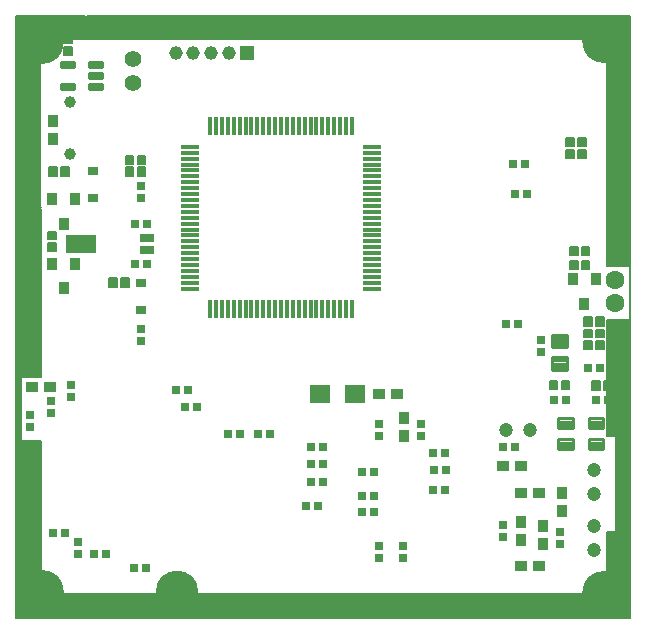
<source format=gbs>
G75*
G70*
%OFA0B0*%
%FSLAX24Y24*%
%IPPOS*%
%LPD*%
%AMOC8*
5,1,8,0,0,1.08239X$1,22.5*
%
%ADD10C,0.0059*%
%ADD11R,0.0394X0.0355*%
%ADD12R,0.0276X0.0276*%
%ADD13R,0.0621X0.0158*%
%ADD14R,0.0158X0.0621*%
%ADD15R,0.0473X0.0276*%
%ADD16R,0.0985X0.0631*%
%ADD17C,0.0394*%
%ADD18R,0.0355X0.0394*%
%ADD19R,0.0670X0.0591*%
%ADD20C,0.0473*%
%ADD21C,0.0110*%
%ADD22C,0.0063*%
%ADD23R,0.0367X0.0288*%
%ADD24C,0.0128*%
%ADD25C,0.0552*%
%ADD26C,0.0106*%
%ADD27C,0.0631*%
%ADD28R,0.0453X0.0453*%
%ADD29C,0.0453*%
%ADD30C,0.1464*%
%ADD31C,0.1424*%
D10*
X001217Y000206D02*
X021689Y000206D01*
X001217Y000206D01*
X001217Y020285D01*
X003500Y020285D01*
X003500Y019497D01*
X002004Y019497D01*
X002043Y008237D01*
X001374Y008237D01*
X001374Y006111D01*
X002043Y006111D01*
X002043Y000993D01*
X020902Y000993D01*
X020902Y003080D01*
X021217Y003080D01*
X021217Y006269D01*
X020902Y006269D01*
X020902Y010127D01*
X021689Y010127D01*
X021689Y011938D01*
X020902Y011938D01*
X020902Y019497D01*
X003579Y019497D01*
X003579Y020285D01*
X021689Y020285D01*
X021689Y000206D01*
X021689Y000263D02*
X001217Y000263D01*
X001217Y000321D02*
X021689Y000321D01*
X021689Y000378D02*
X001217Y000378D01*
X001217Y000436D02*
X021689Y000436D01*
X021689Y000494D02*
X001217Y000494D01*
X001217Y000551D02*
X021689Y000551D01*
X021689Y000609D02*
X001217Y000609D01*
X001217Y000666D02*
X021689Y000666D01*
X021689Y000724D02*
X001217Y000724D01*
X001217Y000781D02*
X021689Y000781D01*
X021689Y000839D02*
X001217Y000839D01*
X001217Y000896D02*
X021689Y000896D01*
X021689Y000954D02*
X001217Y000954D01*
X001217Y001012D02*
X002043Y001012D01*
X002043Y001069D02*
X001217Y001069D01*
X001217Y001127D02*
X002043Y001127D01*
X002043Y001184D02*
X001217Y001184D01*
X001217Y001242D02*
X002043Y001242D01*
X002043Y001299D02*
X001217Y001299D01*
X001217Y001357D02*
X002043Y001357D01*
X002043Y001414D02*
X001217Y001414D01*
X001217Y001472D02*
X002043Y001472D01*
X002043Y001530D02*
X001217Y001530D01*
X001217Y001587D02*
X002043Y001587D01*
X002043Y001645D02*
X001217Y001645D01*
X001217Y001702D02*
X002043Y001702D01*
X002043Y001760D02*
X001217Y001760D01*
X001217Y001817D02*
X002043Y001817D01*
X002043Y001875D02*
X001217Y001875D01*
X001217Y001932D02*
X002043Y001932D01*
X002043Y001990D02*
X001217Y001990D01*
X001217Y002048D02*
X002043Y002048D01*
X002043Y002105D02*
X001217Y002105D01*
X001217Y002163D02*
X002043Y002163D01*
X002043Y002220D02*
X001217Y002220D01*
X001217Y002278D02*
X002043Y002278D01*
X002043Y002335D02*
X001217Y002335D01*
X001217Y002393D02*
X002043Y002393D01*
X002043Y002450D02*
X001217Y002450D01*
X001217Y002508D02*
X002043Y002508D01*
X002043Y002566D02*
X001217Y002566D01*
X001217Y002623D02*
X002043Y002623D01*
X002043Y002681D02*
X001217Y002681D01*
X001217Y002738D02*
X002043Y002738D01*
X002043Y002796D02*
X001217Y002796D01*
X001217Y002853D02*
X002043Y002853D01*
X002043Y002911D02*
X001217Y002911D01*
X001217Y002968D02*
X002043Y002968D01*
X002043Y003026D02*
X001217Y003026D01*
X001217Y003084D02*
X002043Y003084D01*
X002043Y003141D02*
X001217Y003141D01*
X001217Y003199D02*
X002043Y003199D01*
X002043Y003256D02*
X001217Y003256D01*
X001217Y003314D02*
X002043Y003314D01*
X002043Y003371D02*
X001217Y003371D01*
X001217Y003429D02*
X002043Y003429D01*
X002043Y003486D02*
X001217Y003486D01*
X001217Y003544D02*
X002043Y003544D01*
X002043Y003602D02*
X001217Y003602D01*
X001217Y003659D02*
X002043Y003659D01*
X002043Y003717D02*
X001217Y003717D01*
X001217Y003774D02*
X002043Y003774D01*
X002043Y003832D02*
X001217Y003832D01*
X001217Y003889D02*
X002043Y003889D01*
X002043Y003947D02*
X001217Y003947D01*
X001217Y004004D02*
X002043Y004004D01*
X002043Y004062D02*
X001217Y004062D01*
X001217Y004120D02*
X002043Y004120D01*
X002043Y004177D02*
X001217Y004177D01*
X001217Y004235D02*
X002043Y004235D01*
X002043Y004292D02*
X001217Y004292D01*
X001217Y004350D02*
X002043Y004350D01*
X002043Y004407D02*
X001217Y004407D01*
X001217Y004465D02*
X002043Y004465D01*
X002043Y004522D02*
X001217Y004522D01*
X001217Y004580D02*
X002043Y004580D01*
X002043Y004638D02*
X001217Y004638D01*
X001217Y004695D02*
X002043Y004695D01*
X002043Y004753D02*
X001217Y004753D01*
X001217Y004810D02*
X002043Y004810D01*
X002043Y004868D02*
X001217Y004868D01*
X001217Y004925D02*
X002043Y004925D01*
X002043Y004983D02*
X001217Y004983D01*
X001217Y005040D02*
X002043Y005040D01*
X002043Y005098D02*
X001217Y005098D01*
X001217Y005156D02*
X002043Y005156D01*
X002043Y005213D02*
X001217Y005213D01*
X001217Y005271D02*
X002043Y005271D01*
X002043Y005328D02*
X001217Y005328D01*
X001217Y005386D02*
X002043Y005386D01*
X002043Y005443D02*
X001217Y005443D01*
X001217Y005501D02*
X002043Y005501D01*
X002043Y005558D02*
X001217Y005558D01*
X001217Y005616D02*
X002043Y005616D01*
X002043Y005674D02*
X001217Y005674D01*
X001217Y005731D02*
X002043Y005731D01*
X002043Y005789D02*
X001217Y005789D01*
X001217Y005846D02*
X002043Y005846D01*
X002043Y005904D02*
X001217Y005904D01*
X001217Y005961D02*
X002043Y005961D01*
X002043Y006019D02*
X001217Y006019D01*
X001217Y006076D02*
X002043Y006076D01*
X001374Y006134D02*
X001217Y006134D01*
X001217Y006192D02*
X001374Y006192D01*
X001374Y006249D02*
X001217Y006249D01*
X001217Y006307D02*
X001374Y006307D01*
X001374Y006364D02*
X001217Y006364D01*
X001217Y006422D02*
X001374Y006422D01*
X001374Y006479D02*
X001217Y006479D01*
X001217Y006537D02*
X001374Y006537D01*
X001374Y006594D02*
X001217Y006594D01*
X001217Y006652D02*
X001374Y006652D01*
X001374Y006710D02*
X001217Y006710D01*
X001217Y006767D02*
X001374Y006767D01*
X001374Y006825D02*
X001217Y006825D01*
X001217Y006882D02*
X001374Y006882D01*
X001374Y006940D02*
X001217Y006940D01*
X001217Y006997D02*
X001374Y006997D01*
X001374Y007055D02*
X001217Y007055D01*
X001217Y007112D02*
X001374Y007112D01*
X001374Y007170D02*
X001217Y007170D01*
X001217Y007228D02*
X001374Y007228D01*
X001374Y007285D02*
X001217Y007285D01*
X001217Y007343D02*
X001374Y007343D01*
X001374Y007400D02*
X001217Y007400D01*
X001217Y007458D02*
X001374Y007458D01*
X001374Y007515D02*
X001217Y007515D01*
X001217Y007573D02*
X001374Y007573D01*
X001374Y007630D02*
X001217Y007630D01*
X001217Y007688D02*
X001374Y007688D01*
X001374Y007746D02*
X001217Y007746D01*
X001217Y007803D02*
X001374Y007803D01*
X001374Y007861D02*
X001217Y007861D01*
X001217Y007918D02*
X001374Y007918D01*
X001374Y007976D02*
X001217Y007976D01*
X001217Y008033D02*
X001374Y008033D01*
X001374Y008091D02*
X001217Y008091D01*
X001217Y008148D02*
X001374Y008148D01*
X001374Y008206D02*
X001217Y008206D01*
X001217Y008264D02*
X002043Y008264D01*
X002043Y008321D02*
X001217Y008321D01*
X001217Y008379D02*
X002043Y008379D01*
X002043Y008436D02*
X001217Y008436D01*
X001217Y008494D02*
X002042Y008494D01*
X002042Y008551D02*
X001217Y008551D01*
X001217Y008609D02*
X002042Y008609D01*
X002042Y008666D02*
X001217Y008666D01*
X001217Y008724D02*
X002042Y008724D01*
X002041Y008782D02*
X001217Y008782D01*
X001217Y008839D02*
X002041Y008839D01*
X002041Y008897D02*
X001217Y008897D01*
X001217Y008954D02*
X002041Y008954D01*
X002041Y009012D02*
X001217Y009012D01*
X001217Y009069D02*
X002040Y009069D01*
X002040Y009127D02*
X001217Y009127D01*
X001217Y009184D02*
X002040Y009184D01*
X002040Y009242D02*
X001217Y009242D01*
X001217Y009300D02*
X002040Y009300D01*
X002039Y009357D02*
X001217Y009357D01*
X001217Y009415D02*
X002039Y009415D01*
X002039Y009472D02*
X001217Y009472D01*
X001217Y009530D02*
X002039Y009530D01*
X002039Y009587D02*
X001217Y009587D01*
X001217Y009645D02*
X002038Y009645D01*
X002038Y009702D02*
X001217Y009702D01*
X001217Y009760D02*
X002038Y009760D01*
X002038Y009818D02*
X001217Y009818D01*
X001217Y009875D02*
X002038Y009875D01*
X002037Y009933D02*
X001217Y009933D01*
X001217Y009990D02*
X002037Y009990D01*
X002037Y010048D02*
X001217Y010048D01*
X001217Y010105D02*
X002037Y010105D01*
X002037Y010163D02*
X001217Y010163D01*
X001217Y010220D02*
X002036Y010220D01*
X002036Y010278D02*
X001217Y010278D01*
X001217Y010336D02*
X002036Y010336D01*
X002036Y010393D02*
X001217Y010393D01*
X001217Y010451D02*
X002036Y010451D01*
X002035Y010508D02*
X001217Y010508D01*
X001217Y010566D02*
X002035Y010566D01*
X002035Y010623D02*
X001217Y010623D01*
X001217Y010681D02*
X002035Y010681D01*
X002035Y010738D02*
X001217Y010738D01*
X001217Y010796D02*
X002034Y010796D01*
X002034Y010854D02*
X001217Y010854D01*
X001217Y010911D02*
X002034Y010911D01*
X002034Y010969D02*
X001217Y010969D01*
X001217Y011026D02*
X002034Y011026D01*
X002033Y011084D02*
X001217Y011084D01*
X001217Y011141D02*
X002033Y011141D01*
X002033Y011199D02*
X001217Y011199D01*
X001217Y011256D02*
X002033Y011256D01*
X002033Y011314D02*
X001217Y011314D01*
X001217Y011372D02*
X002032Y011372D01*
X002032Y011429D02*
X001217Y011429D01*
X001217Y011487D02*
X002032Y011487D01*
X002032Y011544D02*
X001217Y011544D01*
X001217Y011602D02*
X002032Y011602D01*
X002031Y011659D02*
X001217Y011659D01*
X001217Y011717D02*
X002031Y011717D01*
X002031Y011774D02*
X001217Y011774D01*
X001217Y011832D02*
X002031Y011832D01*
X002031Y011890D02*
X001217Y011890D01*
X001217Y011947D02*
X002030Y011947D01*
X002030Y012005D02*
X001217Y012005D01*
X001217Y012062D02*
X002030Y012062D01*
X002030Y012120D02*
X001217Y012120D01*
X001217Y012177D02*
X002030Y012177D01*
X002029Y012235D02*
X001217Y012235D01*
X001217Y012292D02*
X002029Y012292D01*
X002029Y012350D02*
X001217Y012350D01*
X001217Y012408D02*
X002029Y012408D01*
X002029Y012465D02*
X001217Y012465D01*
X001217Y012523D02*
X002028Y012523D01*
X002028Y012580D02*
X001217Y012580D01*
X001217Y012638D02*
X002028Y012638D01*
X002028Y012695D02*
X001217Y012695D01*
X001217Y012753D02*
X002028Y012753D01*
X002027Y012810D02*
X001217Y012810D01*
X001217Y012868D02*
X002027Y012868D01*
X002027Y012926D02*
X001217Y012926D01*
X001217Y012983D02*
X002027Y012983D01*
X002027Y013041D02*
X001217Y013041D01*
X001217Y013098D02*
X002026Y013098D01*
X002026Y013156D02*
X001217Y013156D01*
X001217Y013213D02*
X002026Y013213D01*
X002026Y013271D02*
X001217Y013271D01*
X001217Y013328D02*
X002026Y013328D01*
X002025Y013386D02*
X001217Y013386D01*
X001217Y013444D02*
X002025Y013444D01*
X002025Y013501D02*
X001217Y013501D01*
X001217Y013559D02*
X002025Y013559D01*
X002025Y013616D02*
X001217Y013616D01*
X001217Y013674D02*
X002024Y013674D01*
X002024Y013731D02*
X001217Y013731D01*
X001217Y013789D02*
X002024Y013789D01*
X002024Y013846D02*
X001217Y013846D01*
X001217Y013904D02*
X002024Y013904D01*
X002023Y013962D02*
X001217Y013962D01*
X001217Y014019D02*
X002023Y014019D01*
X002023Y014077D02*
X001217Y014077D01*
X001217Y014134D02*
X002023Y014134D01*
X002023Y014192D02*
X001217Y014192D01*
X001217Y014249D02*
X002022Y014249D01*
X002022Y014307D02*
X001217Y014307D01*
X001217Y014364D02*
X002022Y014364D01*
X002022Y014422D02*
X001217Y014422D01*
X001217Y014480D02*
X002022Y014480D01*
X002021Y014537D02*
X001217Y014537D01*
X001217Y014595D02*
X002021Y014595D01*
X002021Y014652D02*
X001217Y014652D01*
X001217Y014710D02*
X002021Y014710D01*
X002021Y014767D02*
X001217Y014767D01*
X001217Y014825D02*
X002020Y014825D01*
X002020Y014882D02*
X001217Y014882D01*
X001217Y014940D02*
X002020Y014940D01*
X002020Y014998D02*
X001217Y014998D01*
X001217Y015055D02*
X002019Y015055D01*
X002019Y015113D02*
X001217Y015113D01*
X001217Y015170D02*
X002019Y015170D01*
X002019Y015228D02*
X001217Y015228D01*
X001217Y015285D02*
X002019Y015285D01*
X002018Y015343D02*
X001217Y015343D01*
X001217Y015400D02*
X002018Y015400D01*
X002018Y015458D02*
X001217Y015458D01*
X001217Y015516D02*
X002018Y015516D01*
X002018Y015573D02*
X001217Y015573D01*
X001217Y015631D02*
X002017Y015631D01*
X002017Y015688D02*
X001217Y015688D01*
X001217Y015746D02*
X002017Y015746D01*
X002017Y015803D02*
X001217Y015803D01*
X001217Y015861D02*
X002017Y015861D01*
X002016Y015918D02*
X001217Y015918D01*
X001217Y015976D02*
X002016Y015976D01*
X002016Y016034D02*
X001217Y016034D01*
X001217Y016091D02*
X002016Y016091D01*
X002016Y016149D02*
X001217Y016149D01*
X001217Y016206D02*
X002015Y016206D01*
X002015Y016264D02*
X001217Y016264D01*
X001217Y016321D02*
X002015Y016321D01*
X002015Y016379D02*
X001217Y016379D01*
X001217Y016436D02*
X002015Y016436D01*
X002014Y016494D02*
X001217Y016494D01*
X001217Y016552D02*
X002014Y016552D01*
X002014Y016609D02*
X001217Y016609D01*
X001217Y016667D02*
X002014Y016667D01*
X002014Y016724D02*
X001217Y016724D01*
X001217Y016782D02*
X002013Y016782D01*
X002013Y016839D02*
X001217Y016839D01*
X001217Y016897D02*
X002013Y016897D01*
X002013Y016954D02*
X001217Y016954D01*
X001217Y017012D02*
X002013Y017012D01*
X002012Y017070D02*
X001217Y017070D01*
X001217Y017127D02*
X002012Y017127D01*
X002012Y017185D02*
X001217Y017185D01*
X001217Y017242D02*
X002012Y017242D01*
X002012Y017300D02*
X001217Y017300D01*
X001217Y017357D02*
X002011Y017357D01*
X002011Y017415D02*
X001217Y017415D01*
X001217Y017472D02*
X002011Y017472D01*
X002011Y017530D02*
X001217Y017530D01*
X001217Y017588D02*
X002011Y017588D01*
X002010Y017645D02*
X001217Y017645D01*
X001217Y017703D02*
X002010Y017703D01*
X002010Y017760D02*
X001217Y017760D01*
X001217Y017818D02*
X002010Y017818D01*
X002010Y017875D02*
X001217Y017875D01*
X001217Y017933D02*
X002009Y017933D01*
X002009Y017990D02*
X001217Y017990D01*
X001217Y018048D02*
X002009Y018048D01*
X002009Y018106D02*
X001217Y018106D01*
X001217Y018163D02*
X002009Y018163D01*
X002008Y018221D02*
X001217Y018221D01*
X001217Y018278D02*
X002008Y018278D01*
X002008Y018336D02*
X001217Y018336D01*
X001217Y018393D02*
X002008Y018393D01*
X002008Y018451D02*
X001217Y018451D01*
X001217Y018508D02*
X002007Y018508D01*
X002007Y018566D02*
X001217Y018566D01*
X001217Y018624D02*
X002007Y018624D01*
X002007Y018681D02*
X001217Y018681D01*
X001217Y018739D02*
X002007Y018739D01*
X002006Y018796D02*
X001217Y018796D01*
X001217Y018854D02*
X002006Y018854D01*
X002006Y018911D02*
X001217Y018911D01*
X001217Y018969D02*
X002006Y018969D01*
X002006Y019026D02*
X001217Y019026D01*
X001217Y019084D02*
X002005Y019084D01*
X002005Y019142D02*
X001217Y019142D01*
X001217Y019199D02*
X002005Y019199D01*
X002005Y019257D02*
X001217Y019257D01*
X001217Y019314D02*
X002005Y019314D01*
X002004Y019372D02*
X001217Y019372D01*
X001217Y019429D02*
X002004Y019429D01*
X002004Y019487D02*
X001217Y019487D01*
X001217Y019544D02*
X003500Y019544D01*
X003500Y019602D02*
X001217Y019602D01*
X001217Y019660D02*
X003500Y019660D01*
X003500Y019717D02*
X001217Y019717D01*
X001217Y019775D02*
X003500Y019775D01*
X003500Y019832D02*
X001217Y019832D01*
X001217Y019890D02*
X003500Y019890D01*
X003500Y019947D02*
X001217Y019947D01*
X001217Y020005D02*
X003500Y020005D01*
X003500Y020062D02*
X001217Y020062D01*
X001217Y020120D02*
X003500Y020120D01*
X003500Y020177D02*
X001217Y020177D01*
X001217Y020235D02*
X003500Y020235D01*
X003579Y020235D02*
X021689Y020235D01*
X021689Y020177D02*
X003579Y020177D01*
X003579Y020120D02*
X021689Y020120D01*
X021689Y020062D02*
X003579Y020062D01*
X003579Y020005D02*
X021689Y020005D01*
X021689Y019947D02*
X003579Y019947D01*
X003579Y019890D02*
X021689Y019890D01*
X021689Y019832D02*
X003579Y019832D01*
X003579Y019775D02*
X021689Y019775D01*
X021689Y019717D02*
X003579Y019717D01*
X003579Y019660D02*
X021689Y019660D01*
X021689Y019602D02*
X003579Y019602D01*
X003579Y019544D02*
X021689Y019544D01*
X021689Y019487D02*
X020902Y019487D01*
X020902Y019429D02*
X021689Y019429D01*
X021689Y019372D02*
X020902Y019372D01*
X020902Y019314D02*
X021689Y019314D01*
X021689Y019257D02*
X020902Y019257D01*
X020902Y019199D02*
X021689Y019199D01*
X021689Y019142D02*
X020902Y019142D01*
X020902Y019084D02*
X021689Y019084D01*
X021689Y019026D02*
X020902Y019026D01*
X020902Y018969D02*
X021689Y018969D01*
X021689Y018911D02*
X020902Y018911D01*
X020902Y018854D02*
X021689Y018854D01*
X021689Y018796D02*
X020902Y018796D01*
X020902Y018739D02*
X021689Y018739D01*
X021689Y018681D02*
X020902Y018681D01*
X020902Y018624D02*
X021689Y018624D01*
X021689Y018566D02*
X020902Y018566D01*
X020902Y018508D02*
X021689Y018508D01*
X021689Y018451D02*
X020902Y018451D01*
X020902Y018393D02*
X021689Y018393D01*
X021689Y018336D02*
X020902Y018336D01*
X020902Y018278D02*
X021689Y018278D01*
X021689Y018221D02*
X020902Y018221D01*
X020902Y018163D02*
X021689Y018163D01*
X021689Y018106D02*
X020902Y018106D01*
X020902Y018048D02*
X021689Y018048D01*
X021689Y017990D02*
X020902Y017990D01*
X020902Y017933D02*
X021689Y017933D01*
X021689Y017875D02*
X020902Y017875D01*
X020902Y017818D02*
X021689Y017818D01*
X021689Y017760D02*
X020902Y017760D01*
X020902Y017703D02*
X021689Y017703D01*
X021689Y017645D02*
X020902Y017645D01*
X020902Y017588D02*
X021689Y017588D01*
X021689Y017530D02*
X020902Y017530D01*
X020902Y017472D02*
X021689Y017472D01*
X021689Y017415D02*
X020902Y017415D01*
X020902Y017357D02*
X021689Y017357D01*
X021689Y017300D02*
X020902Y017300D01*
X020902Y017242D02*
X021689Y017242D01*
X021689Y017185D02*
X020902Y017185D01*
X020902Y017127D02*
X021689Y017127D01*
X021689Y017070D02*
X020902Y017070D01*
X020902Y017012D02*
X021689Y017012D01*
X021689Y016954D02*
X020902Y016954D01*
X020902Y016897D02*
X021689Y016897D01*
X021689Y016839D02*
X020902Y016839D01*
X020902Y016782D02*
X021689Y016782D01*
X021689Y016724D02*
X020902Y016724D01*
X020902Y016667D02*
X021689Y016667D01*
X021689Y016609D02*
X020902Y016609D01*
X020902Y016552D02*
X021689Y016552D01*
X021689Y016494D02*
X020902Y016494D01*
X020902Y016436D02*
X021689Y016436D01*
X021689Y016379D02*
X020902Y016379D01*
X020902Y016321D02*
X021689Y016321D01*
X021689Y016264D02*
X020902Y016264D01*
X020902Y016206D02*
X021689Y016206D01*
X021689Y016149D02*
X020902Y016149D01*
X020902Y016091D02*
X021689Y016091D01*
X021689Y016034D02*
X020902Y016034D01*
X020902Y015976D02*
X021689Y015976D01*
X021689Y015918D02*
X020902Y015918D01*
X020902Y015861D02*
X021689Y015861D01*
X021689Y015803D02*
X020902Y015803D01*
X020902Y015746D02*
X021689Y015746D01*
X021689Y015688D02*
X020902Y015688D01*
X020902Y015631D02*
X021689Y015631D01*
X021689Y015573D02*
X020902Y015573D01*
X020902Y015516D02*
X021689Y015516D01*
X021689Y015458D02*
X020902Y015458D01*
X020902Y015400D02*
X021689Y015400D01*
X021689Y015343D02*
X020902Y015343D01*
X020902Y015285D02*
X021689Y015285D01*
X021689Y015228D02*
X020902Y015228D01*
X020902Y015170D02*
X021689Y015170D01*
X021689Y015113D02*
X020902Y015113D01*
X020902Y015055D02*
X021689Y015055D01*
X021689Y014998D02*
X020902Y014998D01*
X020902Y014940D02*
X021689Y014940D01*
X021689Y014882D02*
X020902Y014882D01*
X020902Y014825D02*
X021689Y014825D01*
X021689Y014767D02*
X020902Y014767D01*
X020902Y014710D02*
X021689Y014710D01*
X021689Y014652D02*
X020902Y014652D01*
X020902Y014595D02*
X021689Y014595D01*
X021689Y014537D02*
X020902Y014537D01*
X020902Y014480D02*
X021689Y014480D01*
X021689Y014422D02*
X020902Y014422D01*
X020902Y014364D02*
X021689Y014364D01*
X021689Y014307D02*
X020902Y014307D01*
X020902Y014249D02*
X021689Y014249D01*
X021689Y014192D02*
X020902Y014192D01*
X020902Y014134D02*
X021689Y014134D01*
X021689Y014077D02*
X020902Y014077D01*
X020902Y014019D02*
X021689Y014019D01*
X021689Y013962D02*
X020902Y013962D01*
X020902Y013904D02*
X021689Y013904D01*
X021689Y013846D02*
X020902Y013846D01*
X020902Y013789D02*
X021689Y013789D01*
X021689Y013731D02*
X020902Y013731D01*
X020902Y013674D02*
X021689Y013674D01*
X021689Y013616D02*
X020902Y013616D01*
X020902Y013559D02*
X021689Y013559D01*
X021689Y013501D02*
X020902Y013501D01*
X020902Y013444D02*
X021689Y013444D01*
X021689Y013386D02*
X020902Y013386D01*
X020902Y013328D02*
X021689Y013328D01*
X021689Y013271D02*
X020902Y013271D01*
X020902Y013213D02*
X021689Y013213D01*
X021689Y013156D02*
X020902Y013156D01*
X020902Y013098D02*
X021689Y013098D01*
X021689Y013041D02*
X020902Y013041D01*
X020902Y012983D02*
X021689Y012983D01*
X021689Y012926D02*
X020902Y012926D01*
X020902Y012868D02*
X021689Y012868D01*
X021689Y012810D02*
X020902Y012810D01*
X020902Y012753D02*
X021689Y012753D01*
X021689Y012695D02*
X020902Y012695D01*
X020902Y012638D02*
X021689Y012638D01*
X021689Y012580D02*
X020902Y012580D01*
X020902Y012523D02*
X021689Y012523D01*
X021689Y012465D02*
X020902Y012465D01*
X020902Y012408D02*
X021689Y012408D01*
X021689Y012350D02*
X020902Y012350D01*
X020902Y012292D02*
X021689Y012292D01*
X021689Y012235D02*
X020902Y012235D01*
X020902Y012177D02*
X021689Y012177D01*
X021689Y012120D02*
X020902Y012120D01*
X020902Y012062D02*
X021689Y012062D01*
X021689Y012005D02*
X020902Y012005D01*
X020902Y011947D02*
X021689Y011947D01*
X021689Y010105D02*
X020902Y010105D01*
X020902Y010048D02*
X021689Y010048D01*
X021689Y009990D02*
X020902Y009990D01*
X020902Y009933D02*
X021689Y009933D01*
X021689Y009875D02*
X020902Y009875D01*
X020902Y009818D02*
X021689Y009818D01*
X021689Y009760D02*
X020902Y009760D01*
X020902Y009702D02*
X021689Y009702D01*
X021689Y009645D02*
X020902Y009645D01*
X020902Y009587D02*
X021689Y009587D01*
X021689Y009530D02*
X020902Y009530D01*
X020902Y009472D02*
X021689Y009472D01*
X021689Y009415D02*
X020902Y009415D01*
X020902Y009357D02*
X021689Y009357D01*
X021689Y009300D02*
X020902Y009300D01*
X020902Y009242D02*
X021689Y009242D01*
X021689Y009184D02*
X020902Y009184D01*
X020902Y009127D02*
X021689Y009127D01*
X021689Y009069D02*
X020902Y009069D01*
X020902Y009012D02*
X021689Y009012D01*
X021689Y008954D02*
X020902Y008954D01*
X020902Y008897D02*
X021689Y008897D01*
X021689Y008839D02*
X020902Y008839D01*
X020902Y008782D02*
X021689Y008782D01*
X021689Y008724D02*
X020902Y008724D01*
X020902Y008666D02*
X021689Y008666D01*
X021689Y008609D02*
X020902Y008609D01*
X020902Y008551D02*
X021689Y008551D01*
X021689Y008494D02*
X020902Y008494D01*
X020902Y008436D02*
X021689Y008436D01*
X021689Y008379D02*
X020902Y008379D01*
X020902Y008321D02*
X021689Y008321D01*
X021689Y008264D02*
X020902Y008264D01*
X020902Y008206D02*
X021689Y008206D01*
X021689Y008148D02*
X020902Y008148D01*
X020902Y008091D02*
X021689Y008091D01*
X021689Y008033D02*
X020902Y008033D01*
X020902Y007976D02*
X021689Y007976D01*
X021689Y007918D02*
X020902Y007918D01*
X020902Y007861D02*
X021689Y007861D01*
X021689Y007803D02*
X020902Y007803D01*
X020902Y007746D02*
X021689Y007746D01*
X021689Y007688D02*
X020902Y007688D01*
X020902Y007630D02*
X021689Y007630D01*
X021689Y007573D02*
X020902Y007573D01*
X020902Y007515D02*
X021689Y007515D01*
X021689Y007458D02*
X020902Y007458D01*
X020902Y007400D02*
X021689Y007400D01*
X021689Y007343D02*
X020902Y007343D01*
X020902Y007285D02*
X021689Y007285D01*
X021689Y007228D02*
X020902Y007228D01*
X020902Y007170D02*
X021689Y007170D01*
X021689Y007112D02*
X020902Y007112D01*
X020902Y007055D02*
X021689Y007055D01*
X021689Y006997D02*
X020902Y006997D01*
X020902Y006940D02*
X021689Y006940D01*
X021689Y006882D02*
X020902Y006882D01*
X020902Y006825D02*
X021689Y006825D01*
X021689Y006767D02*
X020902Y006767D01*
X020902Y006710D02*
X021689Y006710D01*
X021689Y006652D02*
X020902Y006652D01*
X020902Y006594D02*
X021689Y006594D01*
X021689Y006537D02*
X020902Y006537D01*
X020902Y006479D02*
X021689Y006479D01*
X021689Y006422D02*
X020902Y006422D01*
X020902Y006364D02*
X021689Y006364D01*
X021689Y006307D02*
X020902Y006307D01*
X021217Y006249D02*
X021689Y006249D01*
X021689Y006192D02*
X021217Y006192D01*
X021217Y006134D02*
X021689Y006134D01*
X021689Y006076D02*
X021217Y006076D01*
X021217Y006019D02*
X021689Y006019D01*
X021689Y005961D02*
X021217Y005961D01*
X021217Y005904D02*
X021689Y005904D01*
X021689Y005846D02*
X021217Y005846D01*
X021217Y005789D02*
X021689Y005789D01*
X021689Y005731D02*
X021217Y005731D01*
X021217Y005674D02*
X021689Y005674D01*
X021689Y005616D02*
X021217Y005616D01*
X021217Y005558D02*
X021689Y005558D01*
X021689Y005501D02*
X021217Y005501D01*
X021217Y005443D02*
X021689Y005443D01*
X021689Y005386D02*
X021217Y005386D01*
X021217Y005328D02*
X021689Y005328D01*
X021689Y005271D02*
X021217Y005271D01*
X021217Y005213D02*
X021689Y005213D01*
X021689Y005156D02*
X021217Y005156D01*
X021217Y005098D02*
X021689Y005098D01*
X021689Y005040D02*
X021217Y005040D01*
X021217Y004983D02*
X021689Y004983D01*
X021689Y004925D02*
X021217Y004925D01*
X021217Y004868D02*
X021689Y004868D01*
X021689Y004810D02*
X021217Y004810D01*
X021217Y004753D02*
X021689Y004753D01*
X021689Y004695D02*
X021217Y004695D01*
X021217Y004638D02*
X021689Y004638D01*
X021689Y004580D02*
X021217Y004580D01*
X021217Y004522D02*
X021689Y004522D01*
X021689Y004465D02*
X021217Y004465D01*
X021217Y004407D02*
X021689Y004407D01*
X021689Y004350D02*
X021217Y004350D01*
X021217Y004292D02*
X021689Y004292D01*
X021689Y004235D02*
X021217Y004235D01*
X021217Y004177D02*
X021689Y004177D01*
X021689Y004120D02*
X021217Y004120D01*
X021217Y004062D02*
X021689Y004062D01*
X021689Y004004D02*
X021217Y004004D01*
X021217Y003947D02*
X021689Y003947D01*
X021689Y003889D02*
X021217Y003889D01*
X021217Y003832D02*
X021689Y003832D01*
X021689Y003774D02*
X021217Y003774D01*
X021217Y003717D02*
X021689Y003717D01*
X021689Y003659D02*
X021217Y003659D01*
X021217Y003602D02*
X021689Y003602D01*
X021689Y003544D02*
X021217Y003544D01*
X021217Y003486D02*
X021689Y003486D01*
X021689Y003429D02*
X021217Y003429D01*
X021217Y003371D02*
X021689Y003371D01*
X021689Y003314D02*
X021217Y003314D01*
X021217Y003256D02*
X021689Y003256D01*
X021689Y003199D02*
X021217Y003199D01*
X021217Y003141D02*
X021689Y003141D01*
X021689Y003084D02*
X021217Y003084D01*
X020902Y003026D02*
X021689Y003026D01*
X021689Y002968D02*
X020902Y002968D01*
X020902Y002911D02*
X021689Y002911D01*
X021689Y002853D02*
X020902Y002853D01*
X020902Y002796D02*
X021689Y002796D01*
X021689Y002738D02*
X020902Y002738D01*
X020902Y002681D02*
X021689Y002681D01*
X021689Y002623D02*
X020902Y002623D01*
X020902Y002566D02*
X021689Y002566D01*
X021689Y002508D02*
X020902Y002508D01*
X020902Y002450D02*
X021689Y002450D01*
X021689Y002393D02*
X020902Y002393D01*
X020902Y002335D02*
X021689Y002335D01*
X021689Y002278D02*
X020902Y002278D01*
X020902Y002220D02*
X021689Y002220D01*
X021689Y002163D02*
X020902Y002163D01*
X020902Y002105D02*
X021689Y002105D01*
X021689Y002048D02*
X020902Y002048D01*
X020902Y001990D02*
X021689Y001990D01*
X021689Y001932D02*
X020902Y001932D01*
X020902Y001875D02*
X021689Y001875D01*
X021689Y001817D02*
X020902Y001817D01*
X020902Y001760D02*
X021689Y001760D01*
X021689Y001702D02*
X020902Y001702D01*
X020902Y001645D02*
X021689Y001645D01*
X021689Y001587D02*
X020902Y001587D01*
X020902Y001530D02*
X021689Y001530D01*
X021689Y001472D02*
X020902Y001472D01*
X020902Y001414D02*
X021689Y001414D01*
X021689Y001357D02*
X020902Y001357D01*
X020902Y001299D02*
X021689Y001299D01*
X021689Y001242D02*
X020902Y001242D01*
X020902Y001184D02*
X021689Y001184D01*
X021689Y001127D02*
X020902Y001127D01*
X020902Y001069D02*
X021689Y001069D01*
X021689Y001012D02*
X020902Y001012D01*
D11*
X018643Y001938D03*
X018043Y001938D03*
X018043Y004379D03*
X018643Y004379D03*
X018052Y005285D03*
X017452Y005285D03*
X013918Y007686D03*
X013318Y007686D03*
X002343Y007922D03*
X001743Y007922D03*
D12*
X002358Y007453D03*
X002358Y007053D03*
X001689Y006981D03*
X001689Y006581D03*
X003028Y007565D03*
X003028Y007965D03*
X005390Y009455D03*
X005390Y009855D03*
X005590Y012017D03*
X005190Y012017D03*
X005190Y013355D03*
X005590Y013355D03*
X005390Y014218D03*
X005390Y014618D03*
X006528Y007804D03*
X006928Y007804D03*
X006843Y007253D03*
X007243Y007253D03*
X008261Y006348D03*
X008661Y006348D03*
X009284Y006348D03*
X009684Y006348D03*
X011056Y005914D03*
X011456Y005914D03*
X011456Y005324D03*
X011056Y005324D03*
X011056Y004733D03*
X011456Y004733D03*
X011259Y003946D03*
X010859Y003946D03*
X012749Y003749D03*
X013149Y003749D03*
X013149Y004261D03*
X012749Y004261D03*
X012749Y005088D03*
X013149Y005088D03*
X013303Y006266D03*
X013303Y006666D03*
X014721Y006666D03*
X014721Y006266D03*
X015111Y005718D03*
X015511Y005718D03*
X015550Y005127D03*
X015150Y005127D03*
X015111Y004458D03*
X015511Y004458D03*
X017437Y003319D03*
X017437Y002919D03*
X019327Y003083D03*
X019327Y002683D03*
X017834Y005914D03*
X017434Y005914D03*
X019127Y007489D03*
X019527Y007489D03*
X020548Y007489D03*
X020948Y007489D03*
X020669Y008552D03*
X020269Y008552D03*
X018697Y009061D03*
X018697Y009461D03*
X017952Y010009D03*
X017552Y010009D03*
X017828Y014340D03*
X018228Y014340D03*
X018188Y015324D03*
X017788Y015324D03*
X014091Y002611D03*
X014091Y002211D03*
X013303Y002211D03*
X013303Y002611D03*
X005550Y001859D03*
X005150Y001859D03*
X004212Y002351D03*
X003812Y002351D03*
X003264Y002329D03*
X003264Y002729D03*
X002834Y003040D03*
X002434Y003040D03*
D13*
X006993Y011186D03*
X006993Y011383D03*
X006993Y011580D03*
X006993Y011777D03*
X006993Y011974D03*
X006993Y012170D03*
X006993Y012367D03*
X006993Y012564D03*
X006993Y012761D03*
X006993Y012958D03*
X006993Y013155D03*
X006993Y013351D03*
X006993Y013548D03*
X006993Y013745D03*
X006993Y013942D03*
X006993Y014139D03*
X006993Y014336D03*
X006993Y014533D03*
X006993Y014729D03*
X006993Y014926D03*
X006993Y015123D03*
X006993Y015320D03*
X006993Y015517D03*
X006993Y015714D03*
X006993Y015911D03*
X013086Y015911D03*
X013086Y015714D03*
X013086Y015517D03*
X013086Y015320D03*
X013086Y015123D03*
X013086Y014926D03*
X013086Y014729D03*
X013086Y014533D03*
X013086Y014336D03*
X013086Y014139D03*
X013086Y013942D03*
X013086Y013745D03*
X013086Y013548D03*
X013086Y013351D03*
X013086Y013155D03*
X013086Y012958D03*
X013086Y012761D03*
X013086Y012564D03*
X013086Y012367D03*
X013086Y012170D03*
X013086Y011974D03*
X013086Y011777D03*
X013086Y011580D03*
X013086Y011383D03*
X013086Y011186D03*
D14*
X012402Y010502D03*
X012205Y010502D03*
X012008Y010502D03*
X011811Y010502D03*
X011614Y010502D03*
X011417Y010502D03*
X011221Y010502D03*
X011024Y010502D03*
X010827Y010502D03*
X010630Y010502D03*
X010433Y010502D03*
X010236Y010502D03*
X010039Y010502D03*
X009843Y010502D03*
X009646Y010502D03*
X009449Y010502D03*
X009252Y010502D03*
X009055Y010502D03*
X008858Y010502D03*
X008661Y010502D03*
X008465Y010502D03*
X008268Y010502D03*
X008071Y010502D03*
X007874Y010502D03*
X007677Y010502D03*
X007677Y016595D03*
X007874Y016595D03*
X008071Y016595D03*
X008268Y016595D03*
X008465Y016595D03*
X008661Y016595D03*
X008858Y016595D03*
X009055Y016595D03*
X009252Y016595D03*
X009449Y016595D03*
X009646Y016595D03*
X009843Y016595D03*
X010039Y016595D03*
X010236Y016595D03*
X010433Y016595D03*
X010630Y016595D03*
X010827Y016595D03*
X011024Y016595D03*
X011221Y016595D03*
X011417Y016595D03*
X011614Y016595D03*
X011811Y016595D03*
X012008Y016595D03*
X012205Y016595D03*
X012402Y016595D03*
D15*
X005587Y012883D03*
X005587Y012489D03*
D16*
X003362Y012686D03*
D17*
X002996Y015666D03*
X002996Y017399D03*
D18*
X002437Y016766D03*
X002437Y016166D03*
X002417Y014182D03*
X003165Y014182D03*
X002791Y013355D03*
X002417Y012017D03*
X003165Y012017D03*
X002791Y011190D03*
X014130Y006884D03*
X014130Y006284D03*
X018028Y003419D03*
X018028Y002819D03*
X018776Y002662D03*
X018776Y003262D03*
X019406Y003764D03*
X019406Y004364D03*
X020154Y010678D03*
X020528Y011505D03*
X019780Y011505D03*
D19*
X012516Y007686D03*
X011335Y007686D03*
D20*
X017555Y006466D03*
X018343Y006466D03*
X020469Y005127D03*
X020469Y004340D03*
X020469Y003277D03*
X020469Y002489D03*
D21*
X020787Y005833D02*
X020787Y006163D01*
X020787Y005833D02*
X020307Y005833D01*
X020307Y006163D01*
X020787Y006163D01*
X020787Y005942D02*
X020307Y005942D01*
X020307Y006051D02*
X020787Y006051D01*
X020787Y006160D02*
X020307Y006160D01*
X020787Y006533D02*
X020787Y006863D01*
X020787Y006533D02*
X020307Y006533D01*
X020307Y006863D01*
X020787Y006863D01*
X020787Y006642D02*
X020307Y006642D01*
X020307Y006751D02*
X020787Y006751D01*
X020787Y006860D02*
X020307Y006860D01*
X019764Y006863D02*
X019764Y006533D01*
X019284Y006533D01*
X019284Y006863D01*
X019764Y006863D01*
X019764Y006642D02*
X019284Y006642D01*
X019284Y006751D02*
X019764Y006751D01*
X019764Y006860D02*
X019284Y006860D01*
X019764Y006163D02*
X019764Y005833D01*
X019284Y005833D01*
X019284Y006163D01*
X019764Y006163D01*
X019764Y005942D02*
X019284Y005942D01*
X019284Y006051D02*
X019764Y006051D01*
X019764Y006160D02*
X019284Y006160D01*
D22*
X019257Y007826D02*
X019257Y008098D01*
X019257Y007826D02*
X019003Y007826D01*
X019003Y008098D01*
X019257Y008098D01*
X019257Y007888D02*
X019003Y007888D01*
X019003Y007950D02*
X019257Y007950D01*
X019257Y008012D02*
X019003Y008012D01*
X019003Y008074D02*
X019257Y008074D01*
X019651Y008098D02*
X019651Y007826D01*
X019397Y007826D01*
X019397Y008098D01*
X019651Y008098D01*
X019651Y007888D02*
X019397Y007888D01*
X019397Y007950D02*
X019651Y007950D01*
X019651Y008012D02*
X019397Y008012D01*
X019397Y008074D02*
X019651Y008074D01*
X020666Y008094D02*
X020666Y007822D01*
X020412Y007822D01*
X020412Y008094D01*
X020666Y008094D01*
X020666Y007884D02*
X020412Y007884D01*
X020412Y007946D02*
X020666Y007946D01*
X020666Y008008D02*
X020412Y008008D01*
X020412Y008070D02*
X020666Y008070D01*
X021060Y008094D02*
X021060Y007822D01*
X020806Y007822D01*
X020806Y008094D01*
X021060Y008094D01*
X021060Y007884D02*
X020806Y007884D01*
X020806Y007946D02*
X021060Y007946D01*
X021060Y008008D02*
X020806Y008008D01*
X020806Y008070D02*
X021060Y008070D01*
X020801Y009427D02*
X020529Y009427D01*
X020801Y009427D02*
X020801Y009173D01*
X020529Y009173D01*
X020529Y009427D01*
X020529Y009235D02*
X020801Y009235D01*
X020801Y009297D02*
X020529Y009297D01*
X020529Y009359D02*
X020801Y009359D01*
X020801Y009421D02*
X020529Y009421D01*
X020408Y009173D02*
X020136Y009173D01*
X020136Y009427D01*
X020408Y009427D01*
X020408Y009173D01*
X020408Y009235D02*
X020136Y009235D01*
X020136Y009297D02*
X020408Y009297D01*
X020408Y009359D02*
X020136Y009359D01*
X020136Y009421D02*
X020408Y009421D01*
X020408Y009567D02*
X020136Y009567D01*
X020136Y009821D01*
X020408Y009821D01*
X020408Y009567D01*
X020408Y009629D02*
X020136Y009629D01*
X020136Y009691D02*
X020408Y009691D01*
X020408Y009753D02*
X020136Y009753D01*
X020136Y009815D02*
X020408Y009815D01*
X020529Y009821D02*
X020801Y009821D01*
X020801Y009567D01*
X020529Y009567D01*
X020529Y009821D01*
X020529Y009629D02*
X020801Y009629D01*
X020801Y009691D02*
X020529Y009691D01*
X020529Y009753D02*
X020801Y009753D01*
X020801Y009815D02*
X020529Y009815D01*
X020538Y009952D02*
X020538Y010224D01*
X020792Y010224D01*
X020792Y009952D01*
X020538Y009952D01*
X020538Y010014D02*
X020792Y010014D01*
X020792Y010076D02*
X020538Y010076D01*
X020538Y010138D02*
X020792Y010138D01*
X020792Y010200D02*
X020538Y010200D01*
X020145Y010224D02*
X020145Y009952D01*
X020145Y010224D02*
X020399Y010224D01*
X020399Y009952D01*
X020145Y009952D01*
X020145Y010014D02*
X020399Y010014D01*
X020399Y010076D02*
X020145Y010076D01*
X020145Y010138D02*
X020399Y010138D01*
X020399Y010200D02*
X020145Y010200D01*
X020320Y011841D02*
X020320Y012113D01*
X020320Y011841D02*
X020066Y011841D01*
X020066Y012113D01*
X020320Y012113D01*
X020320Y011903D02*
X020066Y011903D01*
X020066Y011965D02*
X020320Y011965D01*
X020320Y012027D02*
X020066Y012027D01*
X020066Y012089D02*
X020320Y012089D01*
X020066Y012314D02*
X020066Y012586D01*
X020320Y012586D01*
X020320Y012314D01*
X020066Y012314D01*
X020066Y012376D02*
X020320Y012376D01*
X020320Y012438D02*
X020066Y012438D01*
X020066Y012500D02*
X020320Y012500D01*
X020320Y012562D02*
X020066Y012562D01*
X019672Y012586D02*
X019672Y012314D01*
X019672Y012586D02*
X019926Y012586D01*
X019926Y012314D01*
X019672Y012314D01*
X019672Y012376D02*
X019926Y012376D01*
X019926Y012438D02*
X019672Y012438D01*
X019672Y012500D02*
X019926Y012500D01*
X019926Y012562D02*
X019672Y012562D01*
X019926Y012113D02*
X019926Y011841D01*
X019672Y011841D01*
X019672Y012113D01*
X019926Y012113D01*
X019926Y011903D02*
X019672Y011903D01*
X019672Y011965D02*
X019926Y011965D01*
X019926Y012027D02*
X019672Y012027D01*
X019672Y012089D02*
X019926Y012089D01*
X019939Y015805D02*
X020211Y015805D01*
X020211Y015551D01*
X019939Y015551D01*
X019939Y015805D01*
X019939Y015613D02*
X020211Y015613D01*
X020211Y015675D02*
X019939Y015675D01*
X019939Y015737D02*
X020211Y015737D01*
X020211Y015799D02*
X019939Y015799D01*
X019817Y015805D02*
X019545Y015805D01*
X019817Y015805D02*
X019817Y015551D01*
X019545Y015551D01*
X019545Y015805D01*
X019545Y015613D02*
X019817Y015613D01*
X019817Y015675D02*
X019545Y015675D01*
X019545Y015737D02*
X019817Y015737D01*
X019817Y015799D02*
X019545Y015799D01*
X019545Y016199D02*
X019817Y016199D01*
X019817Y015945D01*
X019545Y015945D01*
X019545Y016199D01*
X019545Y016007D02*
X019817Y016007D01*
X019817Y016069D02*
X019545Y016069D01*
X019545Y016131D02*
X019817Y016131D01*
X019817Y016193D02*
X019545Y016193D01*
X019939Y016199D02*
X020211Y016199D01*
X020211Y015945D01*
X019939Y015945D01*
X019939Y016199D01*
X019939Y016007D02*
X020211Y016007D01*
X020211Y016069D02*
X019939Y016069D01*
X019939Y016131D02*
X020211Y016131D01*
X020211Y016193D02*
X019939Y016193D01*
X005517Y015617D02*
X005517Y015345D01*
X005263Y015345D01*
X005263Y015617D01*
X005517Y015617D01*
X005517Y015407D02*
X005263Y015407D01*
X005263Y015469D02*
X005517Y015469D01*
X005517Y015531D02*
X005263Y015531D01*
X005263Y015593D02*
X005517Y015593D01*
X005263Y015224D02*
X005263Y014952D01*
X005263Y015224D02*
X005517Y015224D01*
X005517Y014952D01*
X005263Y014952D01*
X005263Y015014D02*
X005517Y015014D01*
X005517Y015076D02*
X005263Y015076D01*
X005263Y015138D02*
X005517Y015138D01*
X005517Y015200D02*
X005263Y015200D01*
X004869Y015224D02*
X004869Y014952D01*
X004869Y015224D02*
X005123Y015224D01*
X005123Y014952D01*
X004869Y014952D01*
X004869Y015014D02*
X005123Y015014D01*
X005123Y015076D02*
X004869Y015076D01*
X004869Y015138D02*
X005123Y015138D01*
X005123Y015200D02*
X004869Y015200D01*
X005123Y015345D02*
X005123Y015617D01*
X005123Y015345D02*
X004869Y015345D01*
X004869Y015617D01*
X005123Y015617D01*
X005123Y015407D02*
X004869Y015407D01*
X004869Y015469D02*
X005123Y015469D01*
X005123Y015531D02*
X004869Y015531D01*
X004869Y015593D02*
X005123Y015593D01*
X002704Y015224D02*
X002704Y014952D01*
X002704Y015224D02*
X002958Y015224D01*
X002958Y014952D01*
X002704Y014952D01*
X002704Y015014D02*
X002958Y015014D01*
X002958Y015076D02*
X002704Y015076D01*
X002704Y015138D02*
X002958Y015138D01*
X002958Y015200D02*
X002704Y015200D01*
X002310Y015224D02*
X002310Y014952D01*
X002310Y015224D02*
X002564Y015224D01*
X002564Y014952D01*
X002310Y014952D01*
X002310Y015014D02*
X002564Y015014D01*
X002564Y015076D02*
X002310Y015076D01*
X002310Y015138D02*
X002564Y015138D01*
X002564Y015200D02*
X002310Y015200D01*
X002262Y013089D02*
X002534Y013089D01*
X002534Y012835D01*
X002262Y012835D01*
X002262Y013089D01*
X002262Y012897D02*
X002534Y012897D01*
X002534Y012959D02*
X002262Y012959D01*
X002262Y013021D02*
X002534Y013021D01*
X002534Y013083D02*
X002262Y013083D01*
X002262Y012695D02*
X002534Y012695D01*
X002534Y012441D01*
X002262Y012441D01*
X002262Y012695D01*
X002262Y012503D02*
X002534Y012503D01*
X002534Y012565D02*
X002262Y012565D01*
X002262Y012627D02*
X002534Y012627D01*
X002534Y012689D02*
X002262Y012689D01*
X004318Y011523D02*
X004318Y011251D01*
X004318Y011523D02*
X004572Y011523D01*
X004572Y011251D01*
X004318Y011251D01*
X004318Y011313D02*
X004572Y011313D01*
X004572Y011375D02*
X004318Y011375D01*
X004318Y011437D02*
X004572Y011437D01*
X004572Y011499D02*
X004318Y011499D01*
X004712Y011523D02*
X004712Y011251D01*
X004712Y011523D02*
X004966Y011523D01*
X004966Y011251D01*
X004712Y011251D01*
X004712Y011313D02*
X004966Y011313D01*
X004966Y011375D02*
X004712Y011375D01*
X004712Y011437D02*
X004966Y011437D01*
X004966Y011499D02*
X004712Y011499D01*
X003085Y018976D02*
X002813Y018976D01*
X002813Y019230D01*
X003085Y019230D01*
X003085Y018976D01*
X003085Y019038D02*
X002813Y019038D01*
X002813Y019100D02*
X003085Y019100D01*
X003085Y019162D02*
X002813Y019162D01*
X002813Y019224D02*
X003085Y019224D01*
X003085Y019370D02*
X002813Y019370D01*
X002813Y019624D01*
X003085Y019624D01*
X003085Y019370D01*
X003085Y019432D02*
X002813Y019432D01*
X002813Y019494D02*
X003085Y019494D01*
X003085Y019556D02*
X002813Y019556D01*
X002813Y019618D02*
X003085Y019618D01*
D23*
X003776Y015107D03*
X003776Y014202D03*
X005390Y011367D03*
X005390Y010462D03*
D24*
X004088Y017967D02*
X003688Y017967D01*
X004088Y017967D02*
X004088Y017839D01*
X003688Y017839D01*
X003688Y017967D01*
X003688Y017966D02*
X004088Y017966D01*
X004088Y018341D02*
X003688Y018341D01*
X004088Y018341D02*
X004088Y018213D01*
X003688Y018213D01*
X003688Y018341D01*
X003688Y018340D02*
X004088Y018340D01*
X004088Y018715D02*
X003688Y018715D01*
X004088Y018715D02*
X004088Y018587D01*
X003688Y018587D01*
X003688Y018715D01*
X003688Y018714D02*
X004088Y018714D01*
X003155Y018587D02*
X002755Y018587D01*
X002755Y018715D01*
X003155Y018715D01*
X003155Y018587D01*
X003155Y018714D02*
X002755Y018714D01*
X002755Y017839D02*
X003155Y017839D01*
X002755Y017839D02*
X002755Y017967D01*
X003155Y017967D01*
X003155Y017839D01*
X003155Y017966D02*
X002755Y017966D01*
D25*
X005114Y018040D03*
X005114Y018848D03*
D26*
X019065Y009651D02*
X019589Y009651D01*
X019589Y009225D01*
X019065Y009225D01*
X019065Y009651D01*
X019065Y009330D02*
X019589Y009330D01*
X019589Y009435D02*
X019065Y009435D01*
X019065Y009540D02*
X019589Y009540D01*
X019589Y009645D02*
X019065Y009645D01*
X019065Y008903D02*
X019589Y008903D01*
X019589Y008477D01*
X019065Y008477D01*
X019065Y008903D01*
X019065Y008582D02*
X019589Y008582D01*
X019589Y008687D02*
X019065Y008687D01*
X019065Y008792D02*
X019589Y008792D01*
X019589Y008897D02*
X019065Y008897D01*
D27*
X021177Y010718D03*
X021158Y011470D03*
D28*
X008894Y019025D03*
D29*
X008303Y019025D03*
X007713Y019025D03*
X007122Y019025D03*
X006532Y019025D03*
D30*
X002063Y019418D03*
X020823Y019438D03*
X002083Y001072D03*
X020823Y001052D03*
D31*
X006571Y001072D03*
M02*

</source>
